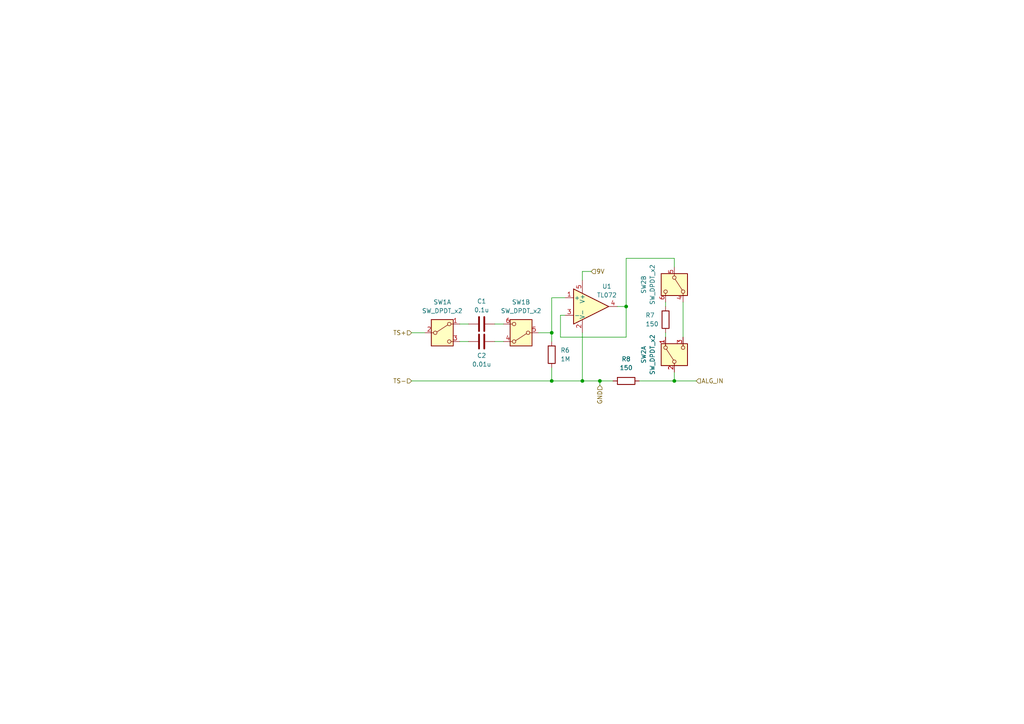
<source format=kicad_sch>
(kicad_sch (version 20250114) (generator "eeschema") (generator_version "9.0")
  (paper "A4")
  (lib_symbols
    (symbol "Amplifier_Operational:TLV172IDCK" (pin_names (offset 0.127))
      (property "Reference" "U" (at 7.62 2.54 0))
      (property "Value" "TLV172IDCK" (at 11.43 -2.54 0))
      (symbol "TLV172IDCK_0_1"
        (polyline (pts (xy -2.54 5.08) (xy -2.54 -5.08) (xy 7.62 0) (xy -2.54 5.08)) (stroke (width 0.254)) (fill (type background)))
      )
      (symbol "TLV172IDCK_1_1"
        (pin input line (at -5.08 2.54 0) (length 2.54) (name "+") (number "1"))
        (pin input line (at -5.08 -2.54 0) (length 2.54) (name "-") (number "3"))
        (pin power_in line (at 0 7.62 270) (length 3.81) (name "V+") (number "5"))
        (pin power_in line (at 0 -7.62 90) (length 3.81) (name "V-") (number "2"))
        (pin output line (at 10.16 0 180) (length 2.54) (name "~") (number "4"))
      )
    )
    (symbol "Device:C" (pin_numbers (hide yes)) (pin_names (offset 0.254))
      (property "Reference" "C" (at 0.635 2.54 0))
      (property "Value" "C" (at 0.635 -2.54 0))
      (symbol "C_0_1"
        (polyline (pts (xy -2.032 0.762) (xy 2.032 0.762)) (stroke (width 0.508)))
        (polyline (pts (xy -2.032 -0.762) (xy 2.032 -0.762)) (stroke (width 0.508)))
      )
      (symbol "C_1_1"
        (pin passive line (at 0 3.81 270) (length 2.794) (name "~") (number "1"))
        (pin passive line (at 0 -3.81 90) (length 2.794) (name "~") (number "2"))
      )
    )
    (symbol "Device:R" (pin_numbers (hide yes)) (pin_names (offset 0))
      (property "Reference" "R" (at 2.032 0 90))
      (property "Value" "R" (at 0 0 90))
      (symbol "R_0_1"
        (rectangle (start -1.016 -2.54) (end 1.016 2.54) (stroke (width 0.254)))
      )
      (symbol "R_1_1"
        (pin passive line (at 0 3.81 270) (length 1.27) (name "~") (number "1"))
        (pin passive line (at 0 -3.81 90) (length 1.27) (name "~") (number "2"))
      )
    )
    (symbol "Switch:SW_DPDT_x2" (pin_names (offset 0) (hide yes))
      (property "Reference" "SW" (at 0 5.08 0))
      (property "Value" "SW_DPDT_x2" (at 0 -5.08 0))
      (symbol "SW_DPDT_x2_0_0"
        (circle (center -2.032 0) (radius 0.508))
        (circle (center 2.032 -2.54) (radius 0.508))
      )
      (symbol "SW_DPDT_x2_0_1"
        (rectangle (start -3.175 3.81) (end 3.175 -3.81) (stroke (width 0.254)) (fill (type background)))
        (polyline (pts (xy -1.524 0.254) (xy 1.5748 2.286)))
        (circle (center 2.032 2.54) (radius 0.508))
      )
      (symbol "SW_DPDT_x2_1_1"
        (pin passive line (at -5.08 0 0) (length 2.54) (name "B") (number "2"))
        (pin passive line (at 5.08 2.54 180) (length 2.54) (name "A") (number "1"))
        (pin passive line (at 5.08 -2.54 180) (length 2.54) (name "C") (number "3"))
      )
      (symbol "SW_DPDT_x2_2_1"
        (pin passive line (at -5.08 0 0) (length 2.54) (name "B") (number "5"))
        (pin passive line (at 5.08 2.54 180) (length 2.54) (name "A") (number "4"))
        (pin passive line (at 5.08 -2.54 180) (length 2.54) (name "C") (number "6"))
      )
    )
  )
  (junction (at 195.58 110.49))
  (junction (at 160.02 110.49))
  (junction (at 181.61 88.9))
  (junction (at 160.02 96.52))
  (junction (at 168.91 110.49))
  (junction (at 173.99 110.49))
  (wire (pts (xy 173.99 110.49) (xy 177.8 110.49)))
  (wire (pts (xy 181.61 74.93) (xy 181.61 88.9)))
  (wire (pts (xy 195.58 110.49) (xy 201.93 110.49)))
  (wire (pts (xy 143.51 99.06) (xy 146.05 99.06)))
  (wire (pts (xy 195.58 110.49) (xy 185.42 110.49)))
  (wire (pts (xy 119.38 110.49) (xy 160.02 110.49)))
  (wire (pts (xy 133.35 99.06) (xy 135.89 99.06)))
  (wire (pts (xy 193.04 96.52) (xy 193.04 97.79)))
  (wire (pts (xy 181.61 88.9) (xy 179.07 88.9)))
  (wire (pts (xy 162.56 97.79) (xy 181.61 97.79)))
  (wire (pts (xy 181.61 88.9) (xy 181.61 97.79)))
  (wire (pts (xy 168.91 110.49) (xy 173.99 110.49)))
  (wire (pts (xy 168.91 78.74) (xy 168.91 81.28)))
  (wire (pts (xy 168.91 96.52) (xy 168.91 110.49)))
  (wire (pts (xy 195.58 107.95) (xy 195.58 110.49)))
  (wire (pts (xy 160.02 99.06) (xy 160.02 96.52)))
  (wire (pts (xy 119.38 96.52) (xy 123.19 96.52)))
  (wire (pts (xy 162.56 91.44) (xy 162.56 97.79)))
  (wire (pts (xy 163.83 91.44) (xy 162.56 91.44)))
  (wire (pts (xy 195.58 74.93) (xy 181.61 74.93)))
  (wire (pts (xy 143.51 93.98) (xy 146.05 93.98)))
  (wire (pts (xy 198.12 87.63) (xy 198.12 97.79)))
  (wire (pts (xy 160.02 86.36) (xy 160.02 96.52)))
  (wire (pts (xy 173.99 110.49) (xy 173.99 111.76)))
  (wire (pts (xy 160.02 106.68) (xy 160.02 110.49)))
  (wire (pts (xy 193.04 87.63) (xy 193.04 88.9)))
  (wire (pts (xy 171.45 78.74) (xy 168.91 78.74)))
  (wire (pts (xy 133.35 93.98) (xy 135.89 93.98)))
  (wire (pts (xy 163.83 86.36) (xy 160.02 86.36)))
  (wire (pts (xy 195.58 77.47) (xy 195.58 74.93)))
  (wire (pts (xy 160.02 110.49) (xy 168.91 110.49)))
  (wire (pts (xy 160.02 96.52) (xy 156.21 96.52)))
  (hierarchical_label "GND" (shape input) (at 173.99 111.76 270))
  (hierarchical_label "ALG_IN" (shape input) (at 201.93 110.49 0))
  (hierarchical_label "TS+" (shape input) (at 119.38 96.52 180))
  (hierarchical_label "TS-" (shape input) (at 119.38 110.49 180))
  (hierarchical_label "9V" (shape input) (at 171.45 78.74 0))
  (symbol (lib_id "Amplifier_Operational:TLV172IDCK") (at 168.91 88.9 0) (unit 1)
    (property "Reference" "U1" (at 176.022 83.058 0))
    (property "Value" "TL072" (at 176.022 85.598 0))
    (property "Footprint" "Package_TO_SOT_SMD:SOT-353_SC-70-5" (effects (hide yes)))
    (property "Datasheet" "http://www.ti.com/lit/ds/symlink/tlv172.pdf" (effects (hide yes)))
    (property "Description" "Low-power Operational Amplifier, SOT-353" (effects (hide yes)))
  )
  (symbol (lib_id "Switch:SW_DPDT_x2") (at 151.13 96.52 180) (unit 2)
    (property "Reference" "SW1" (at 151.13 87.63 0))
    (property "Value" "SW_DPDT_x2" (at 151.13 90.17 0))
    (property "Description" "Switch, dual pole double throw, separate symbols" (effects (hide yes)))
  )
  (symbol (lib_id "Switch:SW_DPDT_x2") (at 195.58 82.55 270) (unit 2)
    (property "Reference" "SW2" (at 186.69 82.55 0))
    (property "Value" "SW_DPDT_x2" (at 189.23 82.55 0))
    (property "Description" "Switch, dual pole double throw, separate symbols" (effects (hide yes)))
  )
  (symbol (lib_id "Device:R") (at 193.04 92.71 0) (unit 1)
    (property "Reference" "R7" (at 187.198 91.44 0) (effects (justify left)))
    (property "Value" "150" (at 187.198 93.98 0) (effects (justify left)))
    (property "Description" "Resistor" (effects (hide yes)))
  )
  (symbol (lib_id "Device:R") (at 160.02 102.87 0) (unit 1)
    (property "Reference" "R6" (at 162.56 101.5999 0) (effects (justify left)))
    (property "Value" "1M" (at 162.56 104.1399 0) (effects (justify left)))
    (property "Description" "Resistor" (effects (hide yes)))
  )
  (symbol (lib_id "Switch:SW_DPDT_x2") (at 195.58 102.87 90) (unit 1)
    (property "Reference" "SW2" (at 186.69 102.87 0))
    (property "Value" "SW_DPDT_x2" (at 189.23 102.87 0))
    (property "Description" "Switch, dual pole double throw, separate symbols" (effects (hide yes)))
  )
  (symbol (lib_id "Switch:SW_DPDT_x2") (at 128.27 96.52 0) (unit 1)
    (property "Reference" "SW1" (at 128.27 87.63 0))
    (property "Value" "SW_DPDT_x2" (at 128.27 90.17 0))
    (property "Description" "Switch, dual pole double throw, separate symbols" (effects (hide yes)))
  )
  (symbol (lib_id "Device:C") (at 139.7 93.98 90) (unit 1)
    (property "Reference" "C1" (at 139.7 87.376 90))
    (property "Value" "0.1u" (at 139.7 89.916 90))
    (property "Description" "Unpolarized capacitor" (effects (hide yes)))
  )
  (symbol (lib_id "Device:R") (at 181.61 110.49 90) (unit 1)
    (property "Reference" "R8" (at 181.61 104.14 90))
    (property "Value" "150" (at 181.61 106.68 90))
    (property "Description" "Resistor" (effects (hide yes)))
  )
  (symbol (lib_id "Device:C") (at 139.7 99.06 90) (unit 1)
    (property "Reference" "C2" (at 139.7 103.124 90))
    (property "Value" "0.01u" (at 139.7 105.664 90))
    (property "Description" "Unpolarized capacitor" (effects (hide yes)))
  )
)
</source>
